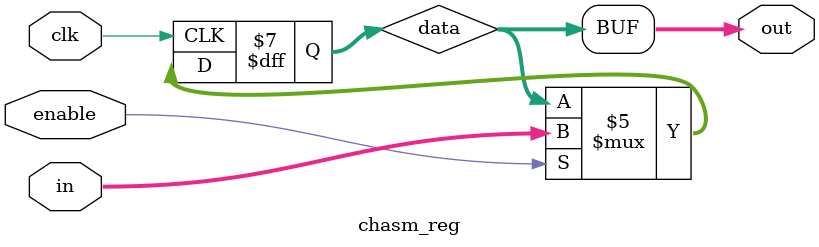
<source format=sv>
module chasm_reg #(parameter width = 16)
(
    input clk,
	 input enable,
    input [width-1:0] in,
    output logic [width-1:0] out
);

logic [width-1:0] data;

/* Altera device registers are 0 at power on. Specify this
 * so that Modelsim works as expected.
 */
initial
begin
    data = 1'b0;
end

always_ff @(posedge clk)
begin
	if(enable)
    	data = in;
end

always_comb
begin
    	out = data;
end

endmodule : chasm_reg
</source>
